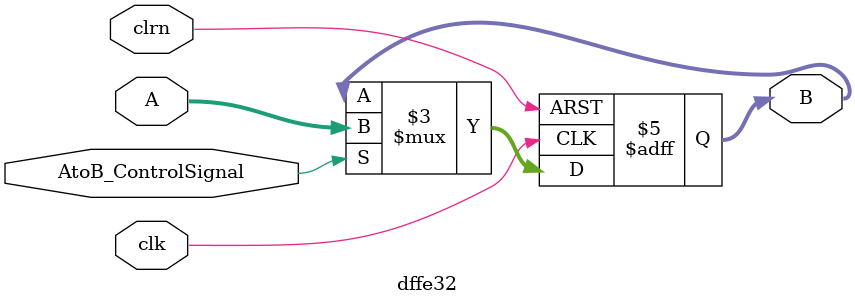
<source format=v>
module dffe32(A,clk,clrn,AtoB_ControlSignal,B); 
	input [31:0] 	A;
	input 			clk,clrn,AtoB_ControlSignal;
	output reg[31:0]B;
	
	always @(negedge clrn or posedge clk)
		if(clrn == 0)  begin
			B <= 0;
		end else begin
			if(AtoB_ControlSignal) B <= A;
		end
endmodule
</source>
